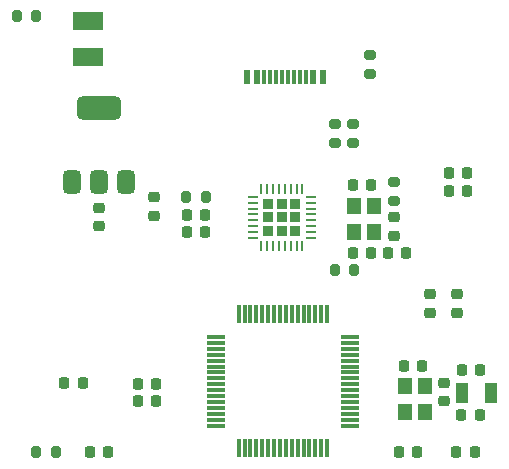
<source format=gbr>
%TF.GenerationSoftware,KiCad,Pcbnew,8.99.0-2608-ga0707285a1*%
%TF.CreationDate,2024-10-09T18:54:20+07:00*%
%TF.ProjectId,dev_Board_8khz,6465765f-426f-4617-9264-5f386b687a2e,rev?*%
%TF.SameCoordinates,Original*%
%TF.FileFunction,Paste,Top*%
%TF.FilePolarity,Positive*%
%FSLAX46Y46*%
G04 Gerber Fmt 4.6, Leading zero omitted, Abs format (unit mm)*
G04 Created by KiCad (PCBNEW 8.99.0-2608-ga0707285a1) date 2024-10-09 18:54:20*
%MOMM*%
%LPD*%
G01*
G04 APERTURE LIST*
G04 Aperture macros list*
%AMRoundRect*
0 Rectangle with rounded corners*
0 $1 Rounding radius*
0 $2 $3 $4 $5 $6 $7 $8 $9 X,Y pos of 4 corners*
0 Add a 4 corners polygon primitive as box body*
4,1,4,$2,$3,$4,$5,$6,$7,$8,$9,$2,$3,0*
0 Add four circle primitives for the rounded corners*
1,1,$1+$1,$2,$3*
1,1,$1+$1,$4,$5*
1,1,$1+$1,$6,$7*
1,1,$1+$1,$8,$9*
0 Add four rect primitives between the rounded corners*
20,1,$1+$1,$2,$3,$4,$5,0*
20,1,$1+$1,$4,$5,$6,$7,0*
20,1,$1+$1,$6,$7,$8,$9,0*
20,1,$1+$1,$8,$9,$2,$3,0*%
G04 Aperture macros list end*
%ADD10R,0.600000X1.240000*%
%ADD11R,0.300000X1.240000*%
%ADD12R,1.000000X1.800000*%
%ADD13RoundRect,0.225000X-0.225000X-0.250000X0.225000X-0.250000X0.225000X0.250000X-0.225000X0.250000X0*%
%ADD14RoundRect,0.225000X0.250000X-0.225000X0.250000X0.225000X-0.250000X0.225000X-0.250000X-0.225000X0*%
%ADD15RoundRect,0.200000X0.275000X-0.200000X0.275000X0.200000X-0.275000X0.200000X-0.275000X-0.200000X0*%
%ADD16RoundRect,0.200000X-0.200000X-0.275000X0.200000X-0.275000X0.200000X0.275000X-0.200000X0.275000X0*%
%ADD17RoundRect,0.225000X0.225000X0.250000X-0.225000X0.250000X-0.225000X-0.250000X0.225000X-0.250000X0*%
%ADD18RoundRect,0.075000X0.700000X0.075000X-0.700000X0.075000X-0.700000X-0.075000X0.700000X-0.075000X0*%
%ADD19RoundRect,0.075000X0.075000X0.700000X-0.075000X0.700000X-0.075000X-0.700000X0.075000X-0.700000X0*%
%ADD20R,1.200000X1.400000*%
%ADD21RoundRect,0.200000X-0.275000X0.200000X-0.275000X-0.200000X0.275000X-0.200000X0.275000X0.200000X0*%
%ADD22R,2.600000X1.500000*%
%ADD23RoundRect,0.375000X0.375000X-0.625000X0.375000X0.625000X-0.375000X0.625000X-0.375000X-0.625000X0*%
%ADD24RoundRect,0.500000X1.400000X-0.500000X1.400000X0.500000X-1.400000X0.500000X-1.400000X-0.500000X0*%
%ADD25RoundRect,0.232500X-0.232500X0.232500X-0.232500X-0.232500X0.232500X-0.232500X0.232500X0.232500X0*%
%ADD26RoundRect,0.062500X-0.062500X0.375000X-0.062500X-0.375000X0.062500X-0.375000X0.062500X0.375000X0*%
%ADD27RoundRect,0.062500X-0.375000X0.062500X-0.375000X-0.062500X0.375000X-0.062500X0.375000X0.062500X0*%
G04 APERTURE END LIST*
D10*
%TO.C,Jd1*%
X169950000Y-65725000D03*
X169150000Y-65725000D03*
D11*
X168000000Y-65725000D03*
X167000000Y-65725000D03*
X166500000Y-65725000D03*
X165500000Y-65725000D03*
D10*
X164350000Y-65725000D03*
X163550000Y-65725000D03*
X163550000Y-65725000D03*
X164350000Y-65725000D03*
D11*
X165000000Y-65725000D03*
X166000000Y-65725000D03*
X167500000Y-65725000D03*
X168500000Y-65725000D03*
D10*
X169150000Y-65725000D03*
X169950000Y-65725000D03*
%TD*%
D12*
%TO.C,Y3*%
X181730000Y-92500000D03*
X184230000Y-92500000D03*
%TD*%
D13*
%TO.C,C17*%
X181270000Y-97470000D03*
X182820000Y-97470000D03*
%TD*%
D14*
%TO.C,C18*%
X181330000Y-85690000D03*
X181330000Y-84140000D03*
%TD*%
D15*
%TO.C,R3*%
X175960000Y-76255000D03*
X175960000Y-74605000D03*
%TD*%
D14*
%TO.C,C19*%
X178990000Y-85675000D03*
X178990000Y-84125000D03*
%TD*%
D16*
%TO.C,R2*%
X170945000Y-82090000D03*
X172595000Y-82090000D03*
%TD*%
D13*
%TO.C,C10*%
X158445000Y-78880000D03*
X159995000Y-78880000D03*
%TD*%
D17*
%TO.C,C2*%
X155825000Y-91720000D03*
X154275000Y-91720000D03*
%TD*%
D18*
%TO.C,U1*%
X172250000Y-95250000D03*
X172250000Y-94750000D03*
X172250000Y-94250000D03*
X172250000Y-93750000D03*
X172250000Y-93250000D03*
X172250000Y-92750000D03*
X172250000Y-92250000D03*
X172250000Y-91750000D03*
X172250000Y-91250000D03*
X172250000Y-90750000D03*
X172250000Y-90250000D03*
X172250000Y-89750000D03*
X172250000Y-89250000D03*
X172250000Y-88750000D03*
X172250000Y-88250000D03*
X172250000Y-87750000D03*
D19*
X170325000Y-85825000D03*
X169825000Y-85825000D03*
X169325000Y-85825000D03*
X168825000Y-85825000D03*
X168325000Y-85825000D03*
X167825000Y-85825000D03*
X167325000Y-85825000D03*
X166825000Y-85825000D03*
X166325000Y-85825000D03*
X165825000Y-85825000D03*
X165325000Y-85825000D03*
X164825000Y-85825000D03*
X164325000Y-85825000D03*
X163825000Y-85825000D03*
X163325000Y-85825000D03*
X162825000Y-85825000D03*
D18*
X160900000Y-87750000D03*
X160900000Y-88250000D03*
X160900000Y-88750000D03*
X160900000Y-89250000D03*
X160900000Y-89750000D03*
X160900000Y-90250000D03*
X160900000Y-90750000D03*
X160900000Y-91250000D03*
X160900000Y-91750000D03*
X160900000Y-92250000D03*
X160900000Y-92750000D03*
X160900000Y-93250000D03*
X160900000Y-93750000D03*
X160900000Y-94250000D03*
X160900000Y-94750000D03*
X160900000Y-95250000D03*
D19*
X162825000Y-97175000D03*
X163325000Y-97175000D03*
X163825000Y-97175000D03*
X164325000Y-97175000D03*
X164825000Y-97175000D03*
X165325000Y-97175000D03*
X165825000Y-97175000D03*
X166325000Y-97175000D03*
X166825000Y-97175000D03*
X167325000Y-97175000D03*
X167825000Y-97175000D03*
X168325000Y-97175000D03*
X168825000Y-97175000D03*
X169325000Y-97175000D03*
X169825000Y-97175000D03*
X170325000Y-97175000D03*
%TD*%
D13*
%TO.C,C1*%
X150225000Y-97500000D03*
X151775000Y-97500000D03*
%TD*%
D16*
%TO.C,R1*%
X145675000Y-97500000D03*
X147325000Y-97500000D03*
%TD*%
D17*
%TO.C,C8*%
X159995000Y-77390000D03*
X158445000Y-77390000D03*
%TD*%
D16*
%TO.C,R4*%
X158395000Y-75920000D03*
X160045000Y-75920000D03*
%TD*%
D13*
%TO.C,C22*%
X180630000Y-75350000D03*
X182180000Y-75350000D03*
%TD*%
%TO.C,C6*%
X172475000Y-74890000D03*
X174025000Y-74890000D03*
%TD*%
D20*
%TO.C,Y2*%
X172620000Y-76680000D03*
X172620000Y-78880000D03*
X174320000Y-78880000D03*
X174320000Y-76680000D03*
%TD*%
D21*
%TO.C,R5*%
X173990000Y-63855000D03*
X173990000Y-65505000D03*
%TD*%
D14*
%TO.C,C13*%
X151000000Y-78365000D03*
X151000000Y-76815000D03*
%TD*%
D13*
%TO.C,C21*%
X180635000Y-73870000D03*
X182185000Y-73870000D03*
%TD*%
D17*
%TO.C,C3*%
X155825000Y-93200000D03*
X154275000Y-93200000D03*
%TD*%
D22*
%TO.C,DD1*%
X150070000Y-64000000D03*
X150070000Y-61000000D03*
%TD*%
D15*
%TO.C,R6*%
X172500000Y-71325000D03*
X172500000Y-69675000D03*
%TD*%
D13*
%TO.C,C20*%
X148080000Y-91640000D03*
X149630000Y-91640000D03*
%TD*%
D14*
%TO.C,C7*%
X175970000Y-79175000D03*
X175970000Y-77625000D03*
%TD*%
D17*
%TO.C,C16*%
X177950000Y-97460000D03*
X176400000Y-97460000D03*
%TD*%
D23*
%TO.C,U3*%
X148700000Y-74650000D03*
X151000000Y-74650000D03*
D24*
X151000000Y-68350000D03*
D23*
X153300000Y-74650000D03*
%TD*%
D14*
%TO.C,C5*%
X180220000Y-93155000D03*
X180220000Y-91605000D03*
%TD*%
D13*
%TO.C,C11*%
X175445000Y-80620000D03*
X176995000Y-80620000D03*
%TD*%
%TO.C,C15*%
X181685000Y-94390000D03*
X183235000Y-94390000D03*
%TD*%
%TO.C,C14*%
X181725000Y-90580000D03*
X183275000Y-90580000D03*
%TD*%
D17*
%TO.C,C9*%
X174035000Y-80620000D03*
X172485000Y-80620000D03*
%TD*%
D14*
%TO.C,C12*%
X155620000Y-77480000D03*
X155620000Y-75930000D03*
%TD*%
D16*
%TO.C,R8*%
X144050000Y-60600000D03*
X145700000Y-60600000D03*
%TD*%
D25*
%TO.C,U2*%
X167630000Y-76470000D03*
X166480000Y-76470000D03*
X165330000Y-76470000D03*
X167630000Y-77620000D03*
X166480000Y-77620000D03*
X165330000Y-77620000D03*
X167630000Y-78770000D03*
X166480000Y-78770000D03*
X165330000Y-78770000D03*
D26*
X168230000Y-75182500D03*
X167730000Y-75182500D03*
X167230000Y-75182500D03*
X166730000Y-75182500D03*
X166230000Y-75182500D03*
X165730000Y-75182500D03*
X165230000Y-75182500D03*
X164730000Y-75182500D03*
D27*
X164042500Y-75870000D03*
X164042500Y-76370000D03*
X164042500Y-76870000D03*
X164042500Y-77370000D03*
X164042500Y-77870000D03*
X164042500Y-78370000D03*
X164042500Y-78870000D03*
X164042500Y-79370000D03*
D26*
X164730000Y-80057500D03*
X165230000Y-80057500D03*
X165730000Y-80057500D03*
X166230000Y-80057500D03*
X166730000Y-80057500D03*
X167230000Y-80057500D03*
X167730000Y-80057500D03*
X168230000Y-80057500D03*
D27*
X168917500Y-79370000D03*
X168917500Y-78870000D03*
X168917500Y-78370000D03*
X168917500Y-77870000D03*
X168917500Y-77370000D03*
X168917500Y-76870000D03*
X168917500Y-76370000D03*
X168917500Y-75870000D03*
%TD*%
D20*
%TO.C,Y1*%
X176940000Y-91900000D03*
X176940000Y-94100000D03*
X178640000Y-94100000D03*
X178640000Y-91900000D03*
%TD*%
D15*
%TO.C,R7*%
X171000000Y-71325000D03*
X171000000Y-69675000D03*
%TD*%
D13*
%TO.C,C4*%
X176795000Y-90160000D03*
X178345000Y-90160000D03*
%TD*%
M02*

</source>
